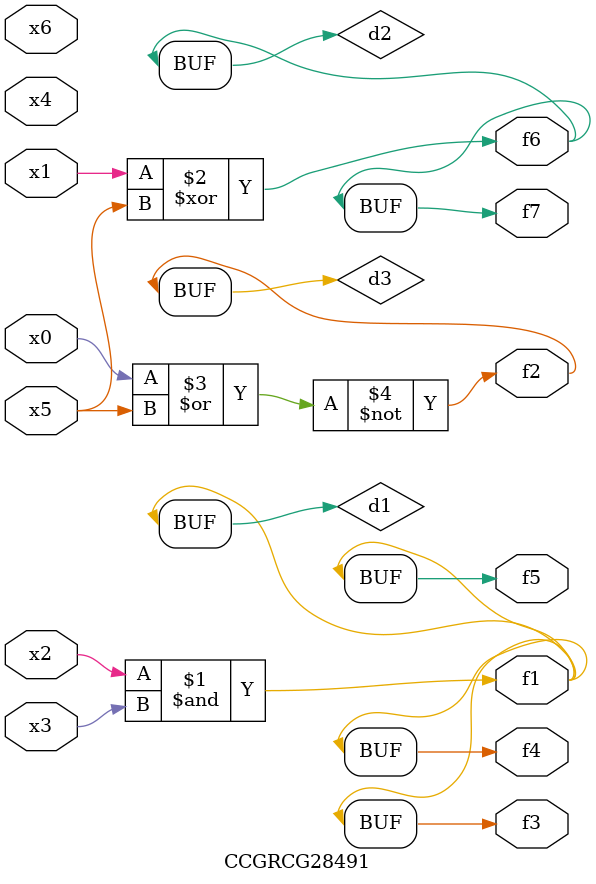
<source format=v>
module CCGRCG28491(
	input x0, x1, x2, x3, x4, x5, x6,
	output f1, f2, f3, f4, f5, f6, f7
);

	wire d1, d2, d3;

	and (d1, x2, x3);
	xor (d2, x1, x5);
	nor (d3, x0, x5);
	assign f1 = d1;
	assign f2 = d3;
	assign f3 = d1;
	assign f4 = d1;
	assign f5 = d1;
	assign f6 = d2;
	assign f7 = d2;
endmodule

</source>
